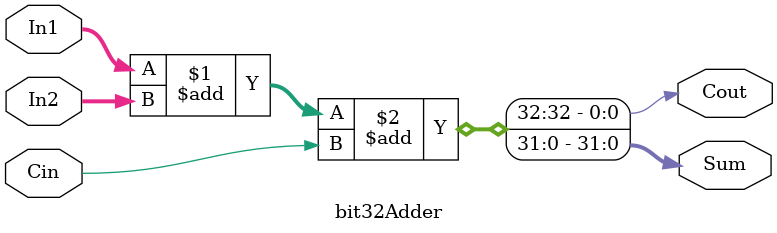
<source format=v>
module bit32Adder (Cout, Sum, In1, In2, Cin);
    input  [31:0] In1, In2;
    input         Cin;
    output [31:0] Sum;
    output        Cout;

    assign {Cout, Sum} = In1 + In2 + Cin;
endmodule

</source>
